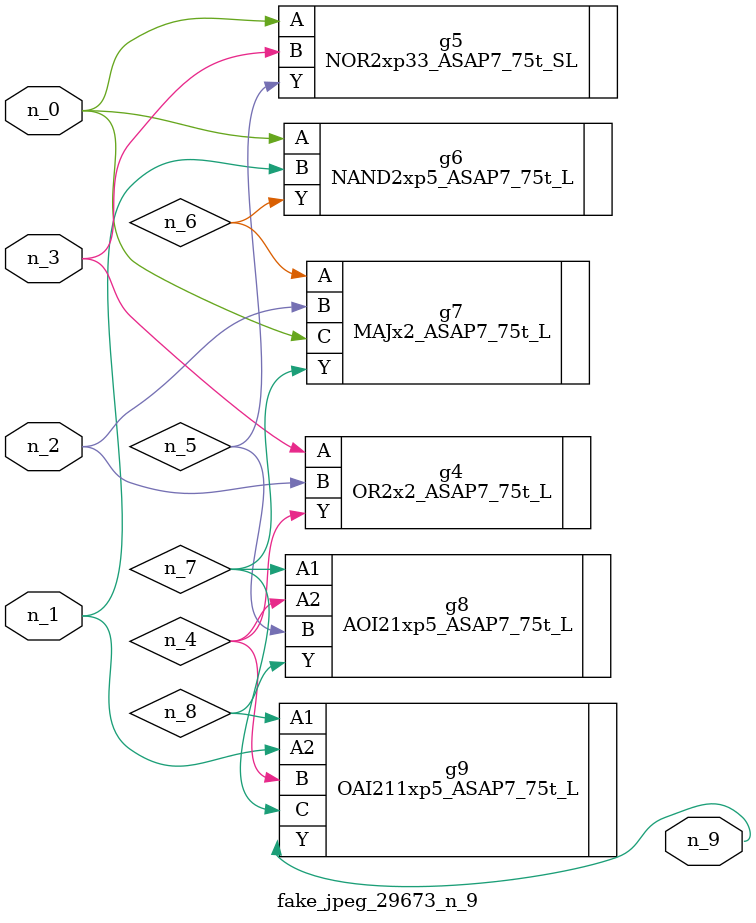
<source format=v>
module fake_jpeg_29673_n_9 (n_0, n_3, n_2, n_1, n_9);

input n_0;
input n_3;
input n_2;
input n_1;

output n_9;

wire n_4;
wire n_8;
wire n_6;
wire n_5;
wire n_7;

OR2x2_ASAP7_75t_L g4 ( 
.A(n_3),
.B(n_2),
.Y(n_4)
);

NOR2xp33_ASAP7_75t_SL g5 ( 
.A(n_0),
.B(n_3),
.Y(n_5)
);

NAND2xp5_ASAP7_75t_L g6 ( 
.A(n_0),
.B(n_1),
.Y(n_6)
);

MAJx2_ASAP7_75t_L g7 ( 
.A(n_6),
.B(n_2),
.C(n_0),
.Y(n_7)
);

AOI21xp5_ASAP7_75t_L g8 ( 
.A1(n_7),
.A2(n_4),
.B(n_5),
.Y(n_8)
);

OAI211xp5_ASAP7_75t_L g9 ( 
.A1(n_8),
.A2(n_1),
.B(n_4),
.C(n_7),
.Y(n_9)
);


endmodule
</source>
